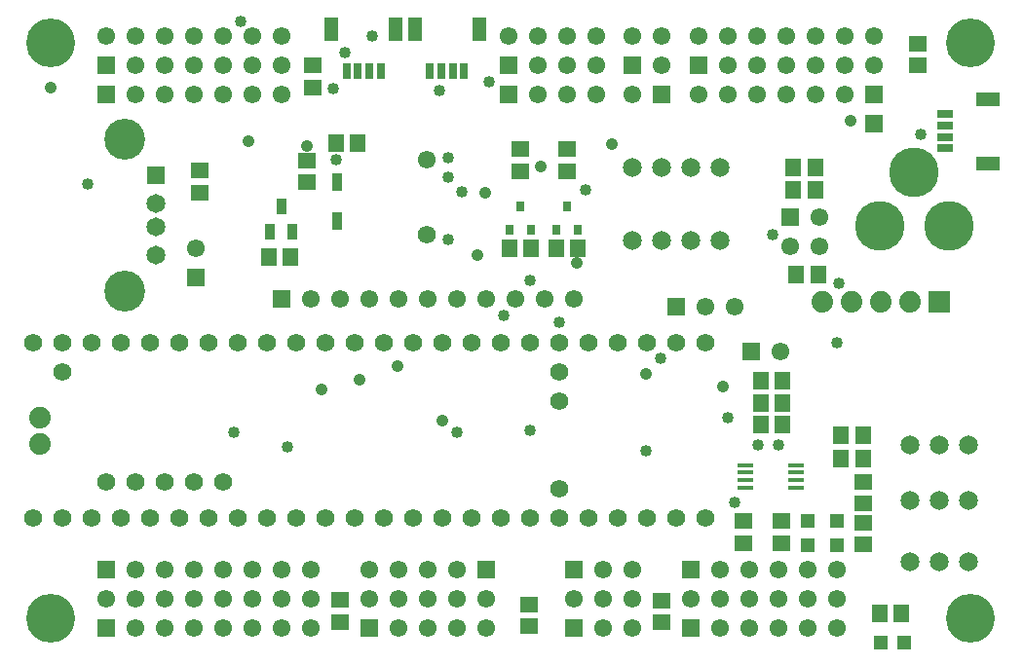
<source format=gts>
G04 DipTrace 3.3.1.3*
G04 T4-T36-Breakout-Robotshop.gts*
%MOIN*%
G04 #@! TF.FileFunction,Soldermask,Top*
G04 #@! TF.Part,Single*
%ADD13C,0.04*%
%ADD34C,0.17*%
%ADD39C,0.065199*%
%ADD45R,0.047244X0.047244*%
%ADD48R,0.031496X0.035433*%
%ADD50R,0.074X0.074*%
%ADD51C,0.074*%
%ADD52C,0.06194*%
%ADD53C,0.074*%
%ADD65C,0.167*%
%ADD67C,0.042*%
%ADD69R,0.057118X0.017748*%
%ADD79C,0.062*%
%ADD85R,0.035465X0.053181*%
%ADD89R,0.05515X0.025622*%
%ADD91R,0.08074X0.049244*%
%ADD93R,0.025622X0.05515*%
%ADD95R,0.049244X0.08074*%
%ADD99C,0.139795*%
%ADD101C,0.064992*%
%ADD103R,0.064992X0.064992*%
%ADD107R,0.033496X0.064992*%
%ADD109C,0.061055*%
%ADD111R,0.061055X0.061055*%
%ADD113R,0.053181X0.061055*%
%ADD115R,0.061055X0.053181*%
%FSLAX26Y26*%
G04*
G70*
G90*
G75*
G01*
G04 TopMask*
%LPD*%
D67*
X553700Y2368700D3*
X2038700Y2008700D3*
X2228700Y2098700D3*
X1228700Y2183700D3*
X1428700Y2168700D3*
X1608700Y1368700D3*
X1738700Y1413700D3*
X2353700Y1768700D3*
X1478700Y1333700D3*
X1893700Y1228700D3*
X2473700Y2173700D3*
X2013700Y1793700D3*
X2853700Y1343700D3*
X3288700Y2253700D3*
X2588700Y1388700D3*
D65*
X3700787Y551180D3*
X551180D3*
Y2519684D3*
X3700787D3*
D13*
X1653700Y2543700D3*
X3043700Y1143700D3*
X1518700Y2363700D3*
X678700Y2038700D3*
X1883700Y2358700D3*
X1558700Y2488700D3*
X3023700Y1863700D3*
X2868700Y1238700D3*
X2893700Y948700D3*
X2588700Y1123700D3*
X1363700Y1138700D3*
X2973700Y1143700D3*
X3528700Y2208700D3*
X1201606Y2593700D3*
X2101228Y1586172D3*
X1913700Y2128700D3*
X1528700Y2119172D3*
X2193700Y1193700D3*
X2638704Y1441850D3*
X3248700Y1698700D3*
X3242700Y1492700D3*
X2193700Y1708700D3*
X1943700Y1186700D3*
X1178700D3*
X2293700Y1563700D3*
X2053700Y2388700D3*
X1912700Y2062129D3*
X1960700Y2011503D3*
X1912700Y1848574D3*
X2383700Y2018700D3*
D115*
X3518700Y2443700D3*
Y2518503D3*
X2923700Y883700D3*
Y808897D3*
X2188700Y598700D3*
Y523897D3*
X1063700Y2008897D3*
Y2083700D3*
D113*
X1528700Y2178700D3*
X1603503D3*
D115*
X1448700Y2368700D3*
Y2443503D3*
X1543700Y613700D3*
Y538897D3*
X2643700Y611102D3*
Y536298D3*
D113*
X3103700Y1728700D3*
X3178503D3*
D111*
X2768700Y2443700D3*
D109*
Y2543700D3*
X2868700Y2443700D3*
Y2543700D3*
X2968700Y2443700D3*
Y2543700D3*
X3068700Y2443700D3*
Y2543700D3*
X3168700Y2443700D3*
Y2543700D3*
X3268700Y2443700D3*
Y2543700D3*
X3368700Y2443700D3*
Y2543700D3*
D111*
X2118700Y2443700D3*
D109*
Y2543700D3*
X2218700Y2443700D3*
Y2543700D3*
X2318700Y2443700D3*
Y2543700D3*
X2418700Y2443700D3*
Y2543700D3*
D111*
X743700Y2443700D3*
D109*
Y2543700D3*
X843700Y2443700D3*
Y2543700D3*
X943700Y2443700D3*
Y2543700D3*
X1043700Y2443700D3*
Y2543700D3*
X1143700Y2443700D3*
Y2543700D3*
X1243700Y2443700D3*
Y2543700D3*
X1343700Y2443700D3*
Y2543700D3*
D111*
X743700Y518700D3*
D109*
Y618700D3*
X843700Y518700D3*
Y618700D3*
X943700Y518700D3*
Y618700D3*
X1043700Y518700D3*
Y618700D3*
X1143700Y518700D3*
Y618700D3*
X1243700Y518700D3*
Y618700D3*
X1343700Y518700D3*
Y618700D3*
X1443700Y518700D3*
Y618700D3*
D111*
X1643700Y518700D3*
D109*
Y618700D3*
X1743700Y518700D3*
Y618700D3*
X1843700Y518700D3*
Y618700D3*
X1943700Y518700D3*
Y618700D3*
X2043700Y518700D3*
Y618700D3*
D111*
X2743700Y518700D3*
D109*
Y618700D3*
X2843700Y518700D3*
Y618700D3*
X2943700Y518700D3*
Y618700D3*
X3043700Y518700D3*
Y618700D3*
X3143700Y518700D3*
Y618700D3*
X3243700Y518700D3*
Y618700D3*
D111*
X2343700Y518700D3*
D109*
Y618700D3*
X2443700Y518700D3*
Y618700D3*
X2543700Y518700D3*
Y618700D3*
D107*
X1533700Y2043700D3*
Y1909842D3*
D34*
X3388700Y1893700D3*
X3624920D3*
X3506810Y2078739D3*
D103*
X913700Y2068700D3*
D101*
Y1970275D3*
Y1891535D3*
Y1793109D3*
D99*
X807007Y2189566D3*
Y1672243D3*
D111*
X1343700Y1643700D3*
D109*
X1443700D3*
X1543700D3*
X1643700D3*
X1743700D3*
X1843700D3*
X1943700D3*
X2043700D3*
X2143700D3*
X2243700D3*
X2343700D3*
D39*
X3693700Y1143700D3*
X3593700D3*
X3493700D3*
X3693700Y953700D3*
X3593700D3*
X3493700D3*
X3693700Y743700D3*
X3593700D3*
X3493700D3*
D111*
X2948700Y1463700D3*
D109*
X3048700D3*
D111*
X743700Y718700D3*
D109*
X843700D3*
X943700D3*
X1043700D3*
X1143700D3*
X1243700D3*
X1343700D3*
X1443700D3*
D111*
X2043700D3*
D109*
X1943700D3*
X1843700D3*
X1743700D3*
X1643700D3*
D111*
X2743700D3*
D109*
X2843700D3*
X2943700D3*
X3043700D3*
X3143700D3*
X3243700D3*
D111*
X3368700Y2343700D3*
D109*
X3268700D3*
X3168700D3*
X3068700D3*
X2968700D3*
X2868700D3*
X2768700D3*
D111*
X2118700D3*
D109*
X2218700D3*
X2318700D3*
X2418700D3*
D111*
X743700D3*
D109*
X843700D3*
X943700D3*
X1043700D3*
X1143700D3*
X1243700D3*
X1343700D3*
D111*
X2343700Y718700D3*
D109*
X2443700D3*
X2543700D3*
D111*
X2643700Y2343700D3*
D109*
X2543700D3*
D95*
X1733700Y2568385D3*
X1513228D3*
D93*
X1682519Y2423700D3*
X1643149D3*
X1603779D3*
X1564409D3*
D95*
X2018700Y2568385D3*
X1798228D3*
D93*
X1967519Y2423700D3*
X1928149D3*
X1888779D3*
X1849409D3*
D91*
X3758700Y2108464D3*
Y2328936D3*
D89*
X3614015Y2159645D3*
Y2199015D3*
Y2238385D3*
Y2277755D3*
D111*
X3368700Y2243700D3*
X1048700Y1718700D3*
D109*
Y1818700D3*
D111*
X3083700Y1923700D3*
D109*
X3183700D3*
X3083700Y1823700D3*
X3183700D3*
D45*
X3143700Y885039D3*
Y802361D3*
X3243700Y885039D3*
Y802361D3*
X3391220Y468700D3*
X3473897D3*
D85*
X1303700Y1873700D3*
X1378503D3*
X1341102Y1960314D3*
D48*
X2281298Y1879330D3*
X2356102D3*
X2318700Y1962007D3*
X2121298Y1879330D3*
X2196102D3*
X2158700Y1962007D3*
D113*
X3093700Y2093700D3*
X3168503D3*
X3168700Y2018700D3*
X3093897D3*
X1298700Y1788700D3*
X1373503D3*
D115*
X1428700Y2043700D3*
Y2118503D3*
D113*
X3463700Y568700D3*
X3388897D3*
X3056102Y1363700D3*
X2981298D3*
D115*
X3053700Y883700D3*
Y808897D3*
X3333700Y943700D3*
Y1018503D3*
D113*
X2196102Y1818700D3*
X2121298D3*
X3056102Y1288700D3*
X2981298D3*
X3256298Y1178700D3*
X3331102D3*
X3256298Y1098700D3*
X3331102D3*
X3056102Y1213700D3*
X2981298D3*
X2281298Y1818700D3*
X2356102D3*
D115*
X2318700Y2081298D3*
Y2156102D3*
X2158700Y2081298D3*
Y2156102D3*
X3333700Y878700D3*
Y803897D3*
D79*
X1838700Y1863700D3*
D109*
Y2119653D3*
D39*
X2843700Y2093700D3*
X2743700D3*
X2643700D3*
X2543700D3*
D50*
X3593700Y1633700D3*
D51*
X3493700D3*
X3393700D3*
X3193700D3*
X3293700D3*
D52*
X493700Y893700D3*
X593700D3*
X693700D3*
X793700D3*
X893700D3*
X993700D3*
X1093700D3*
X1193700D3*
X1293700D3*
X1393700D3*
X1493700D3*
X1593700D3*
X1693700D3*
X1793700D3*
X2293700Y993700D3*
X593700Y1393700D3*
D53*
X515700Y1238700D3*
Y1148700D3*
D52*
X2093700Y1493700D3*
X1793700D3*
X1693700D3*
X1593700D3*
X1493700D3*
X1393700D3*
X1293700D3*
X1193700D3*
X1093700D3*
X993700D3*
X893700D3*
X793700D3*
X693700D3*
X593700D3*
X493700D3*
X2293700Y1393700D3*
X743700Y1018700D3*
X843700D3*
X943700D3*
X2393700Y893700D3*
X2493700D3*
X2293700D3*
X2193700D3*
X2093700D3*
X1993700D3*
X2593700D3*
X2693700D3*
X2793700D3*
Y1493700D3*
X1893700Y893700D3*
X2693700Y1493700D3*
X1893700D3*
X2593700D3*
X2393700D3*
X2293700D3*
X2193700D3*
X2493700D3*
X1993700D3*
X2293700Y1293700D3*
X1043700Y1018700D3*
X1143700D3*
D111*
X2543700Y2443700D3*
D109*
Y2543700D3*
X2643700Y2443700D3*
Y2543700D3*
D39*
X2843700Y1843700D3*
X2743700D3*
X2643700D3*
X2543700D3*
D69*
X3103700Y998700D3*
Y1024291D3*
Y1049881D3*
Y1075472D3*
X2930472D3*
Y1049881D3*
Y1024291D3*
Y998700D3*
D111*
X2693700Y1618700D3*
D109*
X2793700D3*
X2893700D3*
M02*

</source>
